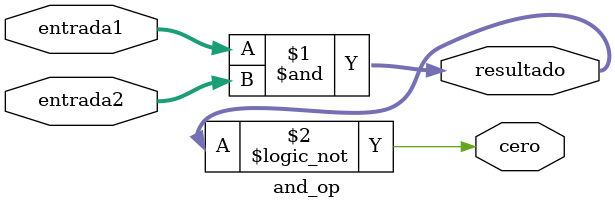
<source format=sv>
module and_op
    #(parameter n = 32)
    (
        input logic [n-1:0] entrada1,
        input logic [n-1:0] entrada2,
        output logic [n-1:0] resultado,
        output logic cero
    );

    assign resultado = entrada1 & entrada2;
    assign cero = (resultado == 0);

endmodule
</source>
